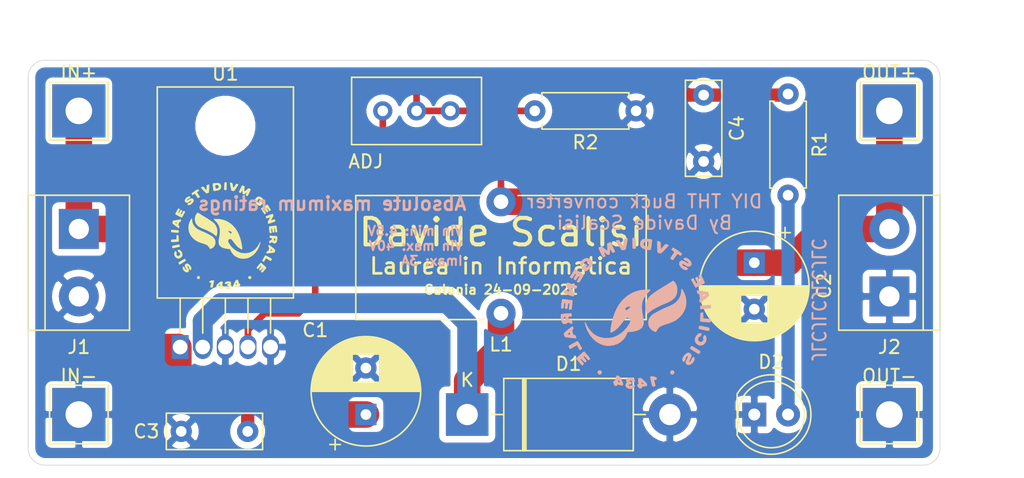
<source format=kicad_pcb>
(kicad_pcb (version 20211014) (generator pcbnew)
  (layers (0 "F.Cu" signal) (31 "B.Cu" signal) (34 "B.Paste" user) (35 "F.Paste" user) (36 "B.SilkS" user "B.Silkscreen") (37 "F.SilkS" user "F.Silkscreen") (38 "B.Mask" user) (39 "F.Mask" user) (44 "Edge.Cuts" user))
  (net 0 "")
  (net 1 "GND")
  (net 2 "Net-(D1-Pad1)")
  (net 3 "Net-(D2-Pad2)")
  (net 4 "Net-(R2-Pad2)")
  (net 5 "IN")
  (net 6 "OUT")
  (footprint "Capacitor_THT:CP_Radial_D8.0mm_P3.50mm" (layer "F.Cu") (at 154.94 113.03 -90)
    (fp_text reference "C2" (at 1.75 -5.25 90) (layer "F.SilkS"))
    (fp_text value "220uF 35V")
    (pad "1" thru_hole rect locked (at 0 0 270) (size 1.6 1.6) (drill 0.8) (layers *.Cu *.Mask) (net 6 "OUT"))
    (pad "2" thru_hole circle locked (at 3.5 0 270) (size 1.6 1.6) (drill 0.8) (layers *.Cu *.Mask) (net 1 "GND"))
  )
  (footprint "Capacitor_THT:C_Rect_L7.0mm_W2.5mm_P5.00mm" (layer "F.Cu") (at 116.84 125.73 180)
    (fp_text reference "C3" (at 7.62 0) (layer "F.SilkS"))
    (fp_text value ".1uF")
    (pad "1" thru_hole circle locked (at 0 0 180) (size 1.6 1.6) (drill 0.8) (layers *.Cu *.Mask) (net 5 "IN"))
    (pad "2" thru_hole circle locked (at 5 0 180) (size 1.6 1.6) (drill 0.8) (layers *.Cu *.Mask) (net 1 "GND"))
  )
  (footprint "LED_THT:LED_D5.0mm" (layer "F.Cu") (at 154.94 124.46)
    (fp_text reference "D2" (at 1.27 -3.96) (layer "F.SilkS"))
    (fp_text value "LED")
    (pad "1" thru_hole rect locked (at 0 0) (size 1.8 1.8) (drill 0.9) (layers *.Cu *.Mask) (net 1 "GND"))
    (pad "2" thru_hole circle locked (at 2.54 0) (size 1.8 1.8) (drill 0.9) (layers *.Cu *.Mask) (net 3 "Net-(D2-Pad2)"))
  )
  (footprint "Inductor_THT:L_Toroid_Vertical_L21.6mm_W9.1mm_P8.40mm_Bourns_5700" (layer "F.Cu") (at 135.89 116.84 180)
    (fp_text reference "L1" (at 0 -2.35) (layer "F.SilkS"))
    (fp_text value "47uH")
    (pad "1" thru_hole circle locked (at 0 0 180) (size 2.2 2.2) (drill 1.1) (layers *.Cu *.Mask) (net 2 "Net-(D1-Pad1)"))
    (pad "2" thru_hole circle locked (at 0 8.4 180) (size 2.2 2.2) (drill 1.1) (layers *.Cu *.Mask) (net 6 "OUT"))
  )
  (footprint "Potentiometer_THT:Potentiometer_Bourns_3296W_Vertical" (layer "F.Cu") (at 132.08 101.6)
    (fp_text reference "ADJ" (at -6.35 3.81) (layer "F.SilkS"))
    (fp_text value "10K")
    (pad "1" thru_hole circle locked (at 0 0) (size 1.44 1.44) (drill 0.8) (layers *.Cu *.Mask) (net 4 "Net-(R2-Pad2)"))
    (pad "2" thru_hole circle locked (at -2.54 0) (size 1.44 1.44) (drill 0.8) (layers *.Cu *.Mask) (net 4 "Net-(R2-Pad2)"))
    (pad "3" thru_hole circle locked (at -5.08 0) (size 1.44 1.44) (drill 0.8) (layers *.Cu *.Mask) (net 6 "OUT"))
  )
  (footprint "Package_TO_SOT_THT:TO-220-5_Horizontal_TabDown" (layer "F.Cu") (at 111.76 119.38)
    (fp_text reference "U1" (at 3.4 -20.58) (layer "F.SilkS"))
    (fp_text value "LM2596S-ADJ")
    (pad "" np_thru_hole oval locked (at 3.4 -16.66) (size 3.5 3.5) (drill 3.5) (layers *.Cu *.Mask))
    (pad "1" thru_hole rect locked (at 0 0) (size 1.275 1.8) (drill 1.1) (layers *.Cu *.Mask) (net 5 "IN"))
    (pad "2" thru_hole oval locked (at 1.7 0) (size 1.275 1.8) (drill 1.1) (layers *.Cu *.Mask) (net 2 "Net-(D1-Pad1)"))
    (pad "3" thru_hole oval locked (at 3.4 0) (size 1.275 1.8) (drill 1.1) (layers *.Cu *.Mask) (net 1 "GND"))
    (pad "4" thru_hole oval locked (at 5.1 0) (size 1.275 1.8) (drill 1.1) (layers *.Cu *.Mask) (net 4 "Net-(R2-Pad2)"))
    (pad "5" thru_hole oval locked (at 6.8 0) (size 1.275 1.8) (drill 1.1) (layers *.Cu *.Mask) (net 1 "GND"))
  )
  (footprint "Diode_THT:D_DO-201AD_P15.24mm_Horizontal" (layer "F.Cu") (at 133.35 124.46)
    (fp_text reference "D1" (at 7.62 -3.81) (layer "F.SilkS"))
    (fp_text value "1N5822")
    (fp_text user "K" (at 0 -2.6) (layer "F.SilkS"))
    (pad "1" thru_hole rect locked (at 0 0) (size 3.2 3.2) (drill 1.6) (layers *.Cu *.Mask) (net 2 "Net-(D1-Pad1)"))
    (pad "2" thru_hole oval locked (at 15.24 0) (size 3.2 3.2) (drill 1.6) (layers *.Cu *.Mask) (net 1 "GND"))
  )
  (footprint "Resistor_THT:R_Axial_DIN0207_L6.3mm_D2.5mm_P7.62mm_Horizontal" (layer "F.Cu") (at 157.48 100.33 -90)
    (fp_text reference "R1" (at 3.81 -2.37 90) (layer "F.SilkS"))
    (fp_text value "1K")
    (pad "1" thru_hole circle locked (at 0 0 270) (size 1.6 1.6) (drill 0.8) (layers *.Cu *.Mask) (net 6 "OUT"))
    (pad "2" thru_hole oval locked (at 7.62 0 270) (size 1.6 1.6) (drill 0.8) (layers *.Cu *.Mask) (net 3 "Net-(D2-Pad2)"))
  )
  (footprint "Resistor_THT:R_Axial_DIN0207_L6.3mm_D2.5mm_P7.62mm_Horizontal" (layer "F.Cu") (at 146.05 101.6 180)
    (fp_text reference "R2" (at 3.81 -2.37) (layer "F.SilkS"))
    (fp_text value "330R")
    (pad "1" thru_hole circle locked (at 0 0 180) (size 1.6 1.6) (drill 0.8) (layers *.Cu *.Mask) (net 1 "GND"))
    (pad "2" thru_hole oval locked (at 7.62 0 180) (size 1.6 1.6) (drill 0.8) (layers *.Cu *.Mask) (net 4 "Net-(R2-Pad2)"))
  )
  (footprint "Capacitor_THT:C_Rect_L7.0mm_W2.5mm_P5.00mm" (layer "F.Cu") (at 151.13 100.41 -90)
    (fp_text reference "C4" (at 2.5 -2.5 90) (layer "F.SilkS"))
    (fp_text value ".1uF")
    (pad "1" thru_hole circle locked (at 0 0 270) (size 1.6 1.6) (drill 0.8) (layers *.Cu *.Mask) (net 6 "OUT"))
    (pad "2" thru_hole circle locked (at 5 0 270) (size 1.6 1.6) (drill 0.8) (layers *.Cu *.Mask) (net 1 "GND"))
  )
  (footprint "TerminalBlock:TerminalBlock_bornier-2_P5.08mm" (layer "F.Cu") (at 104.14 110.49 -90)
    (fp_text reference "J1" (at 8.89 0 180) (layer "F.SilkS"))
    (fp_text value "IN")
    (pad "1" thru_hole rect locked (at 0 0 270) (size 3 3) (drill 1.52) (layers *.Cu *.Mask) (net 5 "IN"))
    (pad "2" thru_hole circle locked (at 5.08 0 270) (size 3 3) (drill 1.52) (layers *.Cu *.Mask) (net 1 "GND"))
  )
  (footprint "TerminalBlock:TerminalBlock_bornier-2_P5.08mm" (layer "F.Cu") (at 165.1 115.57 90)
    (fp_text reference "J2" (at -3.81 0 180) (layer "F.SilkS"))
    (fp_text value "OUT")
    (pad "1" thru_hole rect locked (at 0 0 90) (size 3 3) (drill 1.52) (layers *.Cu *.Mask) (net 1 "GND"))
    (pad "2" thru_hole circle locked (at 5.08 0 90) (size 3 3) (drill 1.52) (layers *.Cu *.Mask) (net 6 "OUT"))
  )
  (footprint "TestPoint:TestPoint_THTPad_4.0x4.0mm_Drill2.0mm" (layer "F.Cu") (at 104.14 101.6)
    (fp_text reference "IN+" (at 0 -2.898) (layer "F.SilkS"))
    (fp_text value "IN")
    (pad "1" thru_hole rect locked (at 0 0) (size 4 4) (drill 2) (layers *.Cu *.Mask) (net 5 "IN"))
  )
  (footprint "TestPoint:TestPoint_THTPad_4.0x4.0mm_Drill2.0mm" (layer "F.Cu") (at 165.1 101.6)
    (fp_text reference "OUT+" (at 0 -2.898) (layer "F.SilkS"))
    (fp_text value "OUT")
    (pad "1" thru_hole rect locked (at 0 0) (size 4 4) (drill 2) (layers *.Cu *.Mask) (net 6 "OUT"))
  )
  (footprint "TestPoint:TestPoint_THTPad_4.0x4.0mm_Drill2.0mm" (layer "F.Cu") (at 104.14 124.46)
    (fp_text reference "IN-" (at 0 -2.898) (layer "F.SilkS"))
    (fp_text value "GND")
    (pad "1" thru_hole rect locked (at 0 0) (size 4 4) (drill 2) (layers *.Cu *.Mask) (net 1 "GND"))
  )
  (footprint "TestPoint:TestPoint_THTPad_4.0x4.0mm_Drill2.0mm" (layer "F.Cu") (at 165.1 124.46)
    (fp_text reference "OUT-" (at 0 -2.898) (layer "F.SilkS"))
    (fp_text value "GND")
    (pad "1" thru_hole rect locked (at 0 0) (size 4 4) (drill 2) (layers *.Cu *.Mask) (net 1 "GND"))
  )
  (footprint "Capacitor_THT:CP_Radial_D8.0mm_P3.50mm" (layer "F.Cu") (at 125.73 124.46 90)
    (fp_text reference "C1" (at 6.35 -3.81) (layer "F.SilkS"))
    (fp_text value "100uF 50V")
    (pad "1" thru_hole rect locked (at 0 0 90) (size 1.6 1.6) (drill 0.8) (layers *.Cu *.Mask) (net 5 "IN"))
    (pad "2" thru_hole circle locked (at 3.5 0 90) (size 1.6 1.6) (drill 0.8) (layers *.Cu *.Mask) (net 1 "GND"))
  )
  (footprint "Logo:logo" (layer "F.Cu") (at 115.062 110.998)
    (fp_text reference "G***" hide)
    (fp_text value "LOGO" hide)
  )
  (footprint "Logo:UniCT Back" (layer "F.Cu") (at 146.05 116.84)
    (fp_text reference "G***" hide)
    (fp_text value "LOGO" hide)
  )
  (gr_line (start 168.91 99.06) (end 168.91 127) (layer "Edge.Cuts") (width 0.05))
  (gr_line (start 167.64 128.27) (end 101.6 128.27) (layer "Edge.Cuts") (width 0.05))
  (gr_line (start 100.33 127) (end 100.33 99.06) (layer "Edge.Cuts") (width 0.05))
  (gr_line (start 101.6 97.79) (end 167.64 97.79) (layer "Edge.Cuts") (width 0.05))
  (gr_arc (start 101.6 128.27) (mid 100.701974 127.898026) (end 100.33 127) (layer "Edge.Cuts") (width 0.05))
  (gr_arc (start 168.91 127) (mid 168.538026 127.898026) (end 167.64 128.27) (layer "Edge.Cuts") (width 0.05))
  (gr_arc (start 100.33 99.06) (mid 100.701974 98.161974) (end 101.6 97.79) (layer "Edge.Cuts") (width 0.05))
  (gr_arc (start 167.64 97.79) (mid 168.538026 98.161974) (end 168.91 99.06) (layer "Edge.Cuts") (width 0.05))
  (gr_text "Absolute maximum ratings" (at 123.19 108.585) (layer "B.SilkS") (effects (font (size 1 1) (thickness 0.2)) (justify mirror)))
  (gr_text "JLCJLCJLCJLC" (at 159.766 115.824 270) (layer "B.SilkS") (effects (font (size 1 0.9)) (justify mirror)))
  (gr_text "Vin min: 4.5V\nVin max: 40V\nImax: 3A" (at 133.096 111.76) (layer "B.SilkS") (effects (font (size 0.7 0.7)) (justify left mirror)))
  (gr_text "DIY THT Buck converter\nBy Davide Scalisi" (at 146.685 109.22) (layer "B.SilkS") (effects (font (size 1 1)) (justify mirror)))
  (gr_text "Laurea in Informatica" (at 135.89 113.284) (layer "F.SilkS") (effects (font (size 1.2 1.2) (thickness 0.2))))
  (gr_text "Catania 24-09-2021" (at 135.89 115.062) (layer "F.SilkS") (effects (font (size 0.7 0.7))))
  (gr_text "Davide Scalisi" (at 135.89 110.744) (layer "F.SilkS") (effects (font (size 2 2) (thickness 0.3))))
  (segment (start 133.35 124.46) (end 133.35 121.92) (width 2) (layer "F.Cu") (net 2))
  (segment (start 135.89 119.38) (end 135.89 116.84) (width 2) (layer "F.Cu") (net 2))
  (segment (start 133.35 121.92) (end 135.89 119.38) (width 2) (layer "F.Cu") (net 2))
  (segment (start 114.808 116.078) (end 131.826 116.078) (width 1.5) (layer "B.Cu") (net 2))
  (segment (start 113.46 119.38) (end 113.46 117.426) (width 1.5) (layer "B.Cu") (net 2))
  (segment (start 113.46 117.426) (end 114.808 116.078) (width 1.5) (layer "B.Cu") (net 2))
  (segment (start 131.826 116.078) (end 133.35 117.602) (width 1.5) (layer "B.Cu") (net 2))
  (segment (start 133.35 117.602) (end 133.35 124.46) (width 1.5) (layer "B.Cu") (net 2))
  (segment (start 157.48 107.95) (end 157.48 124.46) (width 1) (layer "B.Cu") (net 3))
  (segment (start 116.86 118.09) (end 116.86 119.38) (width 0.5) (layer "F.Cu") (net 4))
  (segment (start 121.92 101.6) (end 121.92 115.57) (width 0.5) (layer "F.Cu") (net 4))
  (segment (start 132.08 101.6) (end 138.43 101.6) (width 0.5) (layer "F.Cu") (net 4))
  (segment (start 128.27 99.06) (end 124.46 99.06) (width 0.5) (layer "F.Cu") (net 4))
  (segment (start 124.46 99.06) (end 121.92 101.6) (width 0.5) (layer "F.Cu") (net 4))
  (segment (start 121.92 115.57) (end 120.65 116.84) (width 0.5) (layer "F.Cu") (net 4))
  (segment (start 120.65 116.84) (end 118.11 116.84) (width 0.5) (layer "F.Cu") (net 4))
  (segment (start 118.11 116.84) (end 116.86 118.09) (width 0.5) (layer "F.Cu") (net 4))
  (segment (start 129.54 100.33) (end 128.27 99.06) (width 0.5) (layer "F.Cu") (net 4))
  (segment (start 129.54 101.6) (end 129.54 100.33) (width 0.5) (layer "F.Cu") (net 4))
  (segment (start 129.54 101.6) (end 132.08 101.6) (width 0.5) (layer "F.Cu") (net 4))
  (segment (start 106.68 110.49) (end 107.95 111.76) (width 2) (layer "F.Cu") (net 5))
  (segment (start 116.84 123.19) (end 114.3 123.19) (width 2) (layer "F.Cu") (net 5))
  (segment (start 120.65 124.46) (end 125.73 124.46) (width 2) (layer "F.Cu") (net 5))
  (segment (start 104.14 110.49) (end 106.68 110.49) (width 2) (layer "F.Cu") (net 5))
  (segment (start 107.95 118.11) (end 109.22 119.38) (width 2) (layer "F.Cu") (net 5))
  (segment (start 119.38 123.19) (end 120.65 124.46) (width 2) (layer "F.Cu") (net 5))
  (segment (start 109.22 119.38) (end 111.62249 119.38) (width 2) (layer "F.Cu") (net 5))
  (segment (start 116.84 125.73) (end 116.84 123.19) (width 1) (layer "F.Cu") (net 5))
  (segment (start 104.14 101.6) (end 104.14 110.49) (width 2) (layer "F.Cu") (net 5))
  (segment (start 107.95 111.76) (end 107.95 118.11) (width 2) (layer "F.Cu") (net 5))
  (segment (start 119.38 123.19) (end 116.84 123.19) (width 2) (layer "F.Cu") (net 5))
  (segment (start 111.62249 121.78249) (end 111.62249 119.38) (width 2) (layer "F.Cu") (net 5))
  (segment (start 111.62249 121.78249) (end 113.03 123.19) (width 2) (layer "F.Cu") (net 5))
  (segment (start 114.3 123.19) (end 113.03 123.19) (width 2) (layer "F.Cu") (net 5))
  (segment (start 160.02 110.49) (end 165.1 110.49) (width 2) (layer "F.Cu") (net 6))
  (segment (start 148.59 113.03) (end 148.59 101.6) (width 1) (layer "F.Cu") (net 6))
  (segment (start 140.19 108.44) (end 144.78 113.03) (width 2) (layer "F.Cu") (net 6))
  (segment (start 134.62 105.41) (end 135.89 106.68) (width 0.5) (layer "F.Cu") (net 6))
  (segment (start 127 104.14) (end 128.27 105.41) (width 0.5) (layer "F.Cu") (net 6))
  (segment (start 127 101.6) (end 127 104.14) (width 0.5) (layer "F.Cu") (net 6))
  (segment (start 157.4 100.41) (end 157.48 100.33) (width 1) (layer "F.Cu") (net 6))
  (segment (start 148.59 113.03) (end 154.94 113.03) (width 2) (layer "F.Cu") (net 6))
  (segment (start 165.1 110.49) (end 165.1 101.6) (width 2) (layer "F.Cu") (net 6))
  (segment (start 149.94 100.41) (end 151.13 100.41) (width 1) (layer "F.Cu") (net 6))
  (segment (start 144.78 113.03) (end 148.59 113.03) (width 2) (layer "F.Cu") (net 6))
  (segment (start 128.27 105.41) (end 134.62 105.41) (width 0.5) (layer "F.Cu") (net 6))
  (segment (start 151.13 100.41) (end 157.4 100.41) (width 1) (layer "F.Cu") (net 6))
  (segment (start 157.48 113.03) (end 160.02 110.49) (width 2) (layer "F.Cu") (net 6))
  (segment (start 149.86 100.33) (end 149.94 100.41) (width 1) (layer "F.Cu") (net 6))
  (segment (start 135.89 106.68) (end 135.89 108.44) (width 0.5) (layer "F.Cu") (net 6))
  (segment (start 135.89 108.44) (end 140.19 108.44) (width 2) (layer "F.Cu") (net 6))
  (segment (start 148.59 101.6) (end 149.86 100.33) (width 1) (layer "F.Cu") (net 6))
  (segment (start 154.94 113.03) (end 157.48 113.03) (width 2) (layer "F.Cu") (net 6))
  (zone (net 1) (net_name "GND") (layer "B.Cu") (connect_pads (clearance 0.508)) (min_thickness 0.254) (fill yes (thermal_gap 0.508) (thermal_bridge_width 0.508))
    (polygon (pts (xy 168.91 128.27) (xy 100.33 128.27) (xy 100.33 97.79) (xy 168.91 97.79)))
  )
)
</source>
